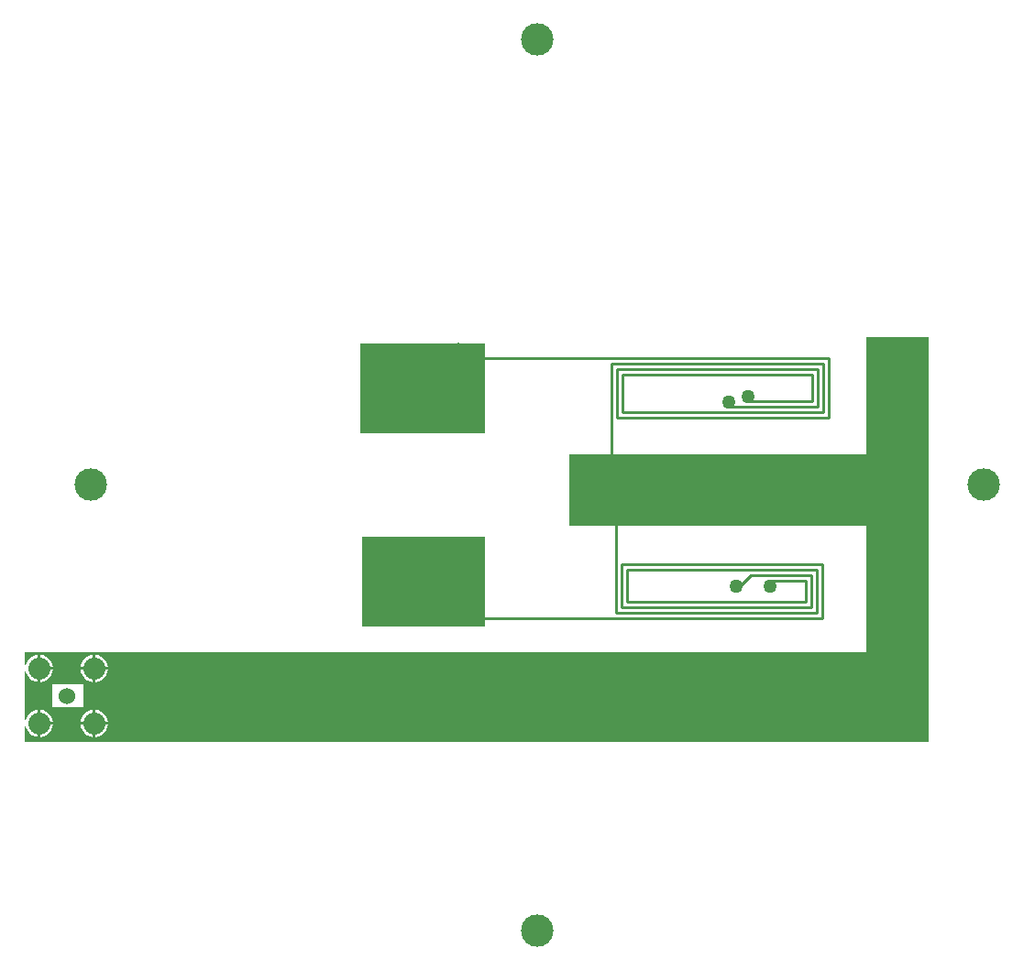
<source format=gbl>
%FSLAX44Y44*%
%MOMM*%
G71*
G01*
G75*
G04 Layer_Physical_Order=2*
G04 Layer_Color=16711680*
%ADD10C,1.0160*%
%ADD11C,0.2540*%
%ADD12C,3.0000*%
%ADD13C,1.1000*%
%ADD14C,1.7000*%
%ADD15C,1.2000*%
%ADD16C,1.5240*%
%ADD17C,2.0320*%
%ADD18C,1.2700*%
%ADD19R,5.8420X37.4650*%
%ADD20R,28.8290X6.6040*%
%ADD21R,11.3030X8.2550*%
%ADD22R,11.5570X8.2550*%
%ADD23R,2.5400X2.2860*%
G36*
X278128Y565970D02*
X279398Y565887D01*
X279466Y566404D01*
X280746Y569494D01*
X282781Y572146D01*
X285434Y574182D01*
X288524Y575462D01*
X290569Y575731D01*
Y563089D01*
Y550446D01*
X288524Y550716D01*
X285434Y551995D01*
X282781Y554031D01*
X280746Y556684D01*
X279466Y559773D01*
X279398Y560291D01*
X278128Y560208D01*
Y548640D01*
X332738D01*
Y527050D01*
X278128D01*
Y515170D01*
X279398Y515087D01*
X279466Y515604D01*
X280746Y518694D01*
X282781Y521347D01*
X285434Y523382D01*
X288524Y524662D01*
X290569Y524931D01*
Y512289D01*
Y499646D01*
X288524Y499916D01*
X285434Y501195D01*
X282781Y503231D01*
X280746Y505884D01*
X279466Y508973D01*
X279398Y509491D01*
X278128Y509408D01*
Y495300D01*
X1087118D01*
Y548640D01*
Y577850D01*
X278128D01*
Y565970D01*
D02*
G37*
%LPC*%
G36*
X343909Y524931D02*
X345954Y524662D01*
X349044Y523382D01*
X351697Y521347D01*
X353732Y518694D01*
X355012Y515604D01*
X355281Y513559D01*
X343909D01*
Y524931D01*
D02*
G37*
G36*
X293109D02*
X295154Y524662D01*
X298244Y523382D01*
X300897Y521347D01*
X302932Y518694D01*
X304212Y515604D01*
X304481Y513559D01*
X293109D01*
Y524931D01*
D02*
G37*
G36*
X341369D02*
Y513559D01*
X329996D01*
X330266Y515604D01*
X331545Y518694D01*
X333581Y521347D01*
X336234Y523382D01*
X339324Y524662D01*
X341369Y524931D01*
D02*
G37*
G36*
X343909Y511019D02*
X355281D01*
X355012Y508973D01*
X353732Y505884D01*
X351697Y503231D01*
X349044Y501195D01*
X345954Y499916D01*
X343909Y499646D01*
Y511019D01*
D02*
G37*
G36*
X293109D02*
X304481D01*
X304212Y508973D01*
X302932Y505884D01*
X300897Y503231D01*
X298244Y501195D01*
X295154Y499916D01*
X293109Y499646D01*
Y511019D01*
D02*
G37*
G36*
X329996D02*
X341369D01*
Y499646D01*
X339324Y499916D01*
X336234Y501195D01*
X333581Y503231D01*
X331545Y505884D01*
X330266Y508973D01*
X329996Y511019D01*
D02*
G37*
G36*
X343909Y575731D02*
X345954Y575462D01*
X349044Y574182D01*
X351697Y572146D01*
X353732Y569494D01*
X355012Y566404D01*
X355281Y564359D01*
X343909D01*
Y575731D01*
D02*
G37*
G36*
X293109D02*
X295154Y575462D01*
X298244Y574182D01*
X300897Y572146D01*
X302932Y569494D01*
X304212Y566404D01*
X304481Y564359D01*
X293109D01*
Y575731D01*
D02*
G37*
G36*
X341369D02*
Y564359D01*
X329996D01*
X330266Y566404D01*
X331545Y569494D01*
X333581Y572146D01*
X336234Y574182D01*
X339324Y575462D01*
X341369Y575731D01*
D02*
G37*
G36*
X343909Y561819D02*
X355281D01*
X355012Y559773D01*
X353732Y556684D01*
X351697Y554031D01*
X349044Y551995D01*
X345954Y550716D01*
X343909Y550446D01*
Y561819D01*
D02*
G37*
G36*
X293109D02*
X304481D01*
X304212Y559773D01*
X302932Y556684D01*
X300897Y554031D01*
X298244Y551995D01*
X295154Y550716D01*
X293109Y550446D01*
Y561819D01*
D02*
G37*
G36*
X329996D02*
X341369D01*
Y550446D01*
X339324Y550716D01*
X336234Y551995D01*
X333581Y554031D01*
X331545Y556684D01*
X330266Y559773D01*
X329996Y561819D01*
D02*
G37*
%LPD*%
D11*
X1010918Y805180D02*
Y839470D01*
X825498D01*
X830578Y800100D02*
Y834390D01*
X1015998Y800100D02*
Y844550D01*
X825498Y795020D02*
Y839470D01*
X1021078Y795020D02*
Y849630D01*
X692148D01*
X678178Y863600D01*
X820418Y749300D02*
X806448D01*
X820418D02*
Y844550D01*
X1015998D02*
X820418D01*
X1009648Y614680D02*
X824228D01*
X1004568Y619760D02*
X829308D01*
X824228Y614680D02*
Y699770D01*
X1021078Y795020D02*
X825498D01*
X932178Y805180D02*
X928368Y808990D01*
X1014728Y659130D02*
X829308D01*
Y619760D02*
Y659130D01*
X834388Y624840D02*
Y654050D01*
X999488Y624840D02*
X834388D01*
X1005838Y834390D02*
X830578D01*
X999488Y624840D02*
Y643890D01*
X966468D01*
X1009648Y614680D02*
Y654050D01*
X834388D01*
X1004568Y619760D02*
Y648970D01*
X948688D01*
X1014728Y609600D02*
Y659130D01*
Y609600D02*
X698498D01*
X1015998Y800100D02*
X830578D01*
X1010918Y805180D02*
X932178D01*
X1005838Y810260D02*
Y834390D01*
Y810260D02*
X948688D01*
X946148Y812800D01*
Y814070D01*
X948688Y648970D02*
X937258Y637540D01*
X935353Y639445D01*
D12*
X1163839Y732689D02*
D03*
X751839Y320689D02*
D03*
Y1144689D02*
D03*
X339839Y732689D02*
D03*
D13*
X680954Y618389D02*
D03*
X679440Y846989D02*
D03*
X645954Y669189D02*
D03*
Y796189D02*
D03*
X611196Y846989D02*
D03*
X610954Y618389D02*
D03*
D14*
X342639Y512289D02*
D03*
Y563089D02*
D03*
X291839Y512289D02*
D03*
Y563089D02*
D03*
D15*
X317239Y537689D02*
D03*
D16*
X680954Y618389D02*
D03*
X645954Y669189D02*
D03*
X610954Y618389D02*
D03*
X611196Y846989D02*
D03*
X645954Y796189D02*
D03*
X679440Y846989D02*
D03*
X317239Y537689D02*
D03*
D17*
X342639Y563089D02*
D03*
Y512289D02*
D03*
X291839D02*
D03*
Y563089D02*
D03*
D18*
X925828Y748030D02*
D03*
X928368Y808990D02*
D03*
X966468Y704850D02*
D03*
Y638810D02*
D03*
X946148Y814070D02*
D03*
X935353Y639445D02*
D03*
D19*
X1084578Y682625D02*
D03*
D20*
X925193Y727710D02*
D03*
D21*
X647063Y643255D02*
D03*
D22*
X645793Y822325D02*
D03*
D23*
X290828Y538480D02*
D03*
M02*

</source>
